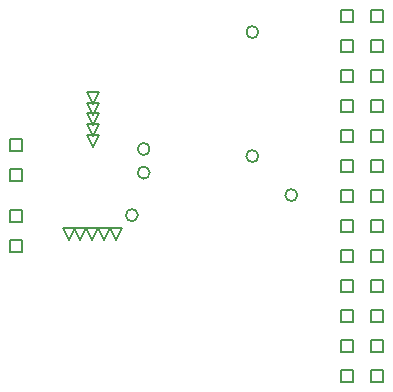
<source format=gbr>
%TF.GenerationSoftware,Altium Limited,Altium Designer,21.2.2 (38)*%
G04 Layer_Color=2752767*
%FSLAX45Y45*%
%MOMM*%
%TF.SameCoordinates,DC8D9031-FEEE-4EB9-A140-7D2FD38E5C7C*%
%TF.FilePolarity,Positive*%
%TF.FileFunction,Drawing*%
%TF.Part,Single*%
G01*
G75*
%TA.AperFunction,NonConductor*%
%ADD26C,0.12700*%
%ADD37C,0.16933*%
D26*
X179200Y1503200D02*
Y1604800D01*
X280800D01*
Y1503200D01*
X179200D01*
Y1249200D02*
Y1350800D01*
X280800D01*
Y1249200D01*
X179200D01*
Y1849200D02*
Y1950800D01*
X280800D01*
Y1849200D01*
X179200D01*
Y2103200D02*
Y2204800D01*
X280800D01*
Y2103200D01*
X179200D01*
X2980200Y3196200D02*
Y3297800D01*
X3081800D01*
Y3196200D01*
X2980200D01*
X3234200D02*
Y3297800D01*
X3335800D01*
Y3196200D01*
X3234200D01*
X2980200Y2942200D02*
Y3043800D01*
X3081800D01*
Y2942200D01*
X2980200D01*
X3234200D02*
Y3043800D01*
X3335800D01*
Y2942200D01*
X3234200D01*
X2980200Y2688200D02*
Y2789800D01*
X3081800D01*
Y2688200D01*
X2980200D01*
X3234200D02*
Y2789800D01*
X3335800D01*
Y2688200D01*
X3234200D01*
X2980200Y2434200D02*
Y2535800D01*
X3081800D01*
Y2434200D01*
X2980200D01*
X3234200D02*
Y2535800D01*
X3335800D01*
Y2434200D01*
X3234200D01*
X2980200Y2180200D02*
Y2281800D01*
X3081800D01*
Y2180200D01*
X2980200D01*
X3234200D02*
Y2281800D01*
X3335800D01*
Y2180200D01*
X3234200D01*
X2980200Y1926200D02*
Y2027800D01*
X3081800D01*
Y1926200D01*
X2980200D01*
X3234200D02*
Y2027800D01*
X3335800D01*
Y1926200D01*
X3234200D01*
X2980200Y1672200D02*
Y1773800D01*
X3081800D01*
Y1672200D01*
X2980200D01*
X3234200D02*
Y1773800D01*
X3335800D01*
Y1672200D01*
X3234200D01*
X2980200Y1418200D02*
Y1519800D01*
X3081800D01*
Y1418200D01*
X2980200D01*
X3234200D02*
Y1519800D01*
X3335800D01*
Y1418200D01*
X3234200D01*
X2980200Y1164200D02*
Y1265800D01*
X3081800D01*
Y1164200D01*
X2980200D01*
X3234200D02*
Y1265800D01*
X3335800D01*
Y1164200D01*
X3234200D01*
X2980200Y910200D02*
Y1011800D01*
X3081800D01*
Y910200D01*
X2980200D01*
X3234200D02*
Y1011800D01*
X3335800D01*
Y910200D01*
X3234200D01*
X2980200Y656200D02*
Y757800D01*
X3081800D01*
Y656200D01*
X2980200D01*
X3234200D02*
Y757800D01*
X3335800D01*
Y656200D01*
X3234200D01*
X2980200Y402200D02*
Y503800D01*
X3081800D01*
Y402200D01*
X2980200D01*
X3234200D02*
Y503800D01*
X3335800D01*
Y402200D01*
X3234200D01*
X2980200Y148200D02*
Y249800D01*
X3081800D01*
Y148200D01*
X2980200D01*
X3234200D02*
Y249800D01*
X3335800D01*
Y148200D01*
X3234200D01*
X880000Y2139200D02*
X829200Y2240800D01*
X930800D01*
X880000Y2139200D01*
Y2229200D02*
X829200Y2330800D01*
X930800D01*
X880000Y2229200D01*
Y2319200D02*
X829200Y2420800D01*
X930800D01*
X880000Y2319200D01*
Y2409200D02*
X829200Y2510800D01*
X930800D01*
X880000Y2409200D01*
Y2499200D02*
X829200Y2600800D01*
X930800D01*
X880000Y2499200D01*
X675000Y1349200D02*
X624200Y1450800D01*
X725800D01*
X675000Y1349200D01*
X775000D02*
X724200Y1450800D01*
X825800D01*
X775000Y1349200D01*
X875000D02*
X824200Y1450800D01*
X925800D01*
X875000Y1349200D01*
X975000D02*
X924200Y1450800D01*
X1025800D01*
X975000Y1349200D01*
X1075000D02*
X1024200Y1450800D01*
X1125800D01*
X1075000Y1349200D01*
D37*
X2280800Y3110000D02*
G03*
X2280800Y3110000I-50800J0D01*
G01*
X1360800Y2120000D02*
G03*
X1360800Y2120000I-50800J0D01*
G01*
Y1920000D02*
G03*
X1360800Y1920000I-50800J0D01*
G01*
X2610800Y1730000D02*
G03*
X2610800Y1730000I-50800J0D01*
G01*
X2280800Y2060000D02*
G03*
X2280800Y2060000I-50800J0D01*
G01*
X1260800Y1560000D02*
G03*
X1260800Y1560000I-50800J0D01*
G01*
%TF.MD5,1ee91f9abd01211f8befccdf85d56530*%
M02*

</source>
